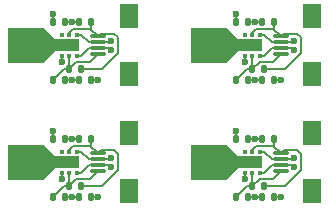
<source format=gtl>
G04 #@! TF.GenerationSoftware,KiCad,Pcbnew,7.0.10*
G04 #@! TF.CreationDate,2024-01-04T16:31:29+01:00*
G04 #@! TF.ProjectId,temperature-sensor-2x2,74656d70-6572-4617-9475-72652d73656e,rev?*
G04 #@! TF.SameCoordinates,Original*
G04 #@! TF.FileFunction,Copper,L1,Top*
G04 #@! TF.FilePolarity,Positive*
%FSLAX46Y46*%
G04 Gerber Fmt 4.6, Leading zero omitted, Abs format (unit mm)*
G04 Created by KiCad (PCBNEW 7.0.10) date 2024-01-04 16:31:29*
%MOMM*%
%LPD*%
G01*
G04 APERTURE LIST*
G04 Aperture macros list*
%AMRoundRect*
0 Rectangle with rounded corners*
0 $1 Rounding radius*
0 $2 $3 $4 $5 $6 $7 $8 $9 X,Y pos of 4 corners*
0 Add a 4 corners polygon primitive as box body*
4,1,4,$2,$3,$4,$5,$6,$7,$8,$9,$2,$3,0*
0 Add four circle primitives for the rounded corners*
1,1,$1+$1,$2,$3*
1,1,$1+$1,$4,$5*
1,1,$1+$1,$6,$7*
1,1,$1+$1,$8,$9*
0 Add four rect primitives between the rounded corners*
20,1,$1+$1,$2,$3,$4,$5,0*
20,1,$1+$1,$4,$5,$6,$7,0*
20,1,$1+$1,$6,$7,$8,$9,0*
20,1,$1+$1,$8,$9,$2,$3,0*%
G04 Aperture macros list end*
G04 #@! TA.AperFunction,NonConductor*
%ADD10C,0.000000*%
G04 #@! TD*
G04 #@! TA.AperFunction,SMDPad,CuDef*
%ADD11RoundRect,0.075000X0.575000X-0.075000X0.575000X0.075000X-0.575000X0.075000X-0.575000X-0.075000X0*%
G04 #@! TD*
G04 #@! TA.AperFunction,SMDPad,CuDef*
%ADD12R,1.600000X2.000000*%
G04 #@! TD*
G04 #@! TA.AperFunction,SMDPad,CuDef*
%ADD13RoundRect,0.135000X-0.135000X-0.185000X0.135000X-0.185000X0.135000X0.185000X-0.135000X0.185000X0*%
G04 #@! TD*
G04 #@! TA.AperFunction,SMDPad,CuDef*
%ADD14RoundRect,0.135000X0.135000X0.185000X-0.135000X0.185000X-0.135000X-0.185000X0.135000X-0.185000X0*%
G04 #@! TD*
G04 #@! TA.AperFunction,SMDPad,CuDef*
%ADD15RoundRect,0.093750X-0.106250X0.093750X-0.106250X-0.093750X0.106250X-0.093750X0.106250X0.093750X0*%
G04 #@! TD*
G04 #@! TA.AperFunction,SMDPad,CuDef*
%ADD16R,1.600000X1.000000*%
G04 #@! TD*
G04 #@! TA.AperFunction,SMDPad,CuDef*
%ADD17RoundRect,0.140000X-0.140000X-0.170000X0.140000X-0.170000X0.140000X0.170000X-0.140000X0.170000X0*%
G04 #@! TD*
G04 #@! TA.AperFunction,ViaPad*
%ADD18C,0.600000*%
G04 #@! TD*
G04 #@! TA.AperFunction,Conductor*
%ADD19C,0.200000*%
G04 #@! TD*
G04 APERTURE END LIST*
D10*
G04 #@! TA.AperFunction,NonConductor*
G36*
X153700000Y-31450000D02*
G01*
X155700000Y-31450000D01*
X155700000Y-32450000D01*
X153700000Y-32450000D01*
X152700000Y-33450000D01*
X149700000Y-33450000D01*
X149700000Y-30450000D01*
X152700000Y-30450000D01*
X153700000Y-31450000D01*
G37*
G04 #@! TD.AperFunction*
G04 #@! TA.AperFunction,NonConductor*
G36*
X138200000Y-31450000D02*
G01*
X140200000Y-31450000D01*
X140200000Y-32450000D01*
X138200000Y-32450000D01*
X137200000Y-33450000D01*
X134200000Y-33450000D01*
X134200000Y-30450000D01*
X137200000Y-30450000D01*
X138200000Y-31450000D01*
G37*
G04 #@! TD.AperFunction*
G04 #@! TA.AperFunction,NonConductor*
G36*
X138200000Y-41350000D02*
G01*
X140200000Y-41350000D01*
X140200000Y-42350000D01*
X138200000Y-42350000D01*
X137200000Y-43350000D01*
X134200000Y-43350000D01*
X134200000Y-40350000D01*
X137200000Y-40350000D01*
X138200000Y-41350000D01*
G37*
G04 #@! TD.AperFunction*
G04 #@! TA.AperFunction,NonConductor*
G36*
X153700000Y-41350000D02*
G01*
X155700000Y-41350000D01*
X155700000Y-42350000D01*
X153700000Y-42350000D01*
X152700000Y-43350000D01*
X149700000Y-43350000D01*
X149700000Y-40350000D01*
X152700000Y-40350000D01*
X153700000Y-41350000D01*
G37*
G04 #@! TD.AperFunction*
D11*
X141800000Y-42600000D03*
X141800000Y-42100000D03*
X141800000Y-41600000D03*
X141800000Y-41100000D03*
D12*
X144480000Y-44300000D03*
X144480000Y-39400000D03*
D13*
X153550000Y-44765000D03*
X154570000Y-44765000D03*
X155710000Y-29955000D03*
X156730000Y-29955000D03*
D14*
X139070000Y-29955000D03*
X138050000Y-29955000D03*
D13*
X140210000Y-39855000D03*
X141230000Y-39855000D03*
D14*
X139070000Y-39855000D03*
X138050000Y-39855000D03*
D15*
X140050000Y-31062500D03*
X139400000Y-31062500D03*
X138750000Y-31062500D03*
X138750000Y-32837500D03*
X139400000Y-32837500D03*
X140050000Y-32837500D03*
D16*
X139400000Y-31950000D03*
D15*
X155550000Y-40962500D03*
X154900000Y-40962500D03*
X154250000Y-40962500D03*
X154250000Y-42737500D03*
X154900000Y-42737500D03*
X155550000Y-42737500D03*
D16*
X154900000Y-41850000D03*
D13*
X153550000Y-34865000D03*
X154570000Y-34865000D03*
D15*
X155550000Y-31062500D03*
X154900000Y-31062500D03*
X154250000Y-31062500D03*
X154250000Y-32837500D03*
X154900000Y-32837500D03*
X155550000Y-32837500D03*
D16*
X154900000Y-31950000D03*
D13*
X155710000Y-39855000D03*
X156730000Y-39855000D03*
D14*
X141230000Y-34865000D03*
X140210000Y-34865000D03*
D17*
X139400000Y-43835000D03*
X140360000Y-43835000D03*
D14*
X156730000Y-34865000D03*
X155710000Y-34865000D03*
X154570000Y-29955000D03*
X153550000Y-29955000D03*
D11*
X157300000Y-32700000D03*
X157300000Y-32200000D03*
X157300000Y-31700000D03*
X157300000Y-31200000D03*
D12*
X159980000Y-34400000D03*
X159980000Y-29500000D03*
D17*
X154900000Y-33935000D03*
X155860000Y-33935000D03*
X154900000Y-43835000D03*
X155860000Y-43835000D03*
D13*
X138050000Y-34865000D03*
X139070000Y-34865000D03*
D14*
X154570000Y-39855000D03*
X153550000Y-39855000D03*
D17*
X139400000Y-33935000D03*
X140360000Y-33935000D03*
D14*
X141230000Y-44765000D03*
X140210000Y-44765000D03*
X156730000Y-44765000D03*
X155710000Y-44765000D03*
D13*
X140210000Y-29955000D03*
X141230000Y-29955000D03*
D11*
X157300000Y-42600000D03*
X157300000Y-42100000D03*
X157300000Y-41600000D03*
X157300000Y-41100000D03*
D12*
X159980000Y-44300000D03*
X159980000Y-39400000D03*
D15*
X140050000Y-40962500D03*
X139400000Y-40962500D03*
X138750000Y-40962500D03*
X138750000Y-42737500D03*
X139400000Y-42737500D03*
X140050000Y-42737500D03*
D16*
X139400000Y-41850000D03*
D13*
X138050000Y-44765000D03*
X139070000Y-44765000D03*
D11*
X141800000Y-32700000D03*
X141800000Y-32200000D03*
X141800000Y-31700000D03*
X141800000Y-31200000D03*
D12*
X144480000Y-34400000D03*
X144480000Y-29500000D03*
D18*
X142900000Y-31550000D03*
X138050000Y-29335000D03*
X141800000Y-34865000D03*
X142900000Y-32350000D03*
X139640000Y-29955000D03*
X139640000Y-34865000D03*
X138750000Y-33325000D03*
X153550000Y-29335000D03*
X158400000Y-31550000D03*
X158400000Y-32350000D03*
X157300000Y-34865000D03*
X155140000Y-34865000D03*
X155140000Y-29955000D03*
X154250000Y-33325000D03*
X138050000Y-39235000D03*
X142900000Y-41450000D03*
X141800000Y-44765000D03*
X142900000Y-42250000D03*
X139640000Y-39855000D03*
X138750000Y-43225000D03*
X139640000Y-44765000D03*
X153550000Y-39235000D03*
X158400000Y-41450000D03*
X158400000Y-42250000D03*
X157300000Y-44765000D03*
X155140000Y-44765000D03*
X154250000Y-43225000D03*
X155140000Y-39855000D03*
D19*
X140010000Y-33325000D02*
X139400000Y-33935000D01*
X141800000Y-32700000D02*
X141175000Y-33325000D01*
X141175000Y-33325000D02*
X140010000Y-33325000D01*
X138980000Y-33935000D02*
X139400000Y-33935000D01*
X138050000Y-34865000D02*
X138980000Y-33935000D01*
X139400000Y-32837500D02*
X139400000Y-33935000D01*
X141800000Y-31700000D02*
X142750000Y-31700000D01*
X142750000Y-31700000D02*
X142900000Y-31550000D01*
X141050000Y-31700000D02*
X140412500Y-31062500D01*
X141800000Y-31700000D02*
X141050000Y-31700000D01*
X138050000Y-29335000D02*
X138050000Y-29955000D01*
X140412500Y-31062500D02*
X140050000Y-31062500D01*
X141800000Y-32200000D02*
X142750000Y-32200000D01*
X142750000Y-32200000D02*
X142900000Y-32350000D01*
X141050000Y-32200000D02*
X140412500Y-32837500D01*
X140412500Y-32837500D02*
X140050000Y-32837500D01*
X141800000Y-32200000D02*
X141050000Y-32200000D01*
X141230000Y-34865000D02*
X141800000Y-34865000D01*
X141800000Y-31200000D02*
X141175000Y-30575000D01*
X143170000Y-30950000D02*
X143500000Y-31280000D01*
X141800000Y-31200000D02*
X142050000Y-30950000D01*
X139400000Y-30875001D02*
X139400000Y-31062500D01*
X141230000Y-30520000D02*
X141175000Y-30575000D01*
X142050000Y-30950000D02*
X143170000Y-30950000D01*
X141175000Y-30575000D02*
X139700001Y-30575000D01*
X143500000Y-31280000D02*
X143500000Y-32598529D01*
X139700001Y-30575000D02*
X139400000Y-30875001D01*
X142163529Y-33935000D02*
X140360000Y-33935000D01*
X143500000Y-32598529D02*
X142163529Y-33935000D01*
X141230000Y-29955000D02*
X141230000Y-30520000D01*
X138750000Y-32837500D02*
X138750000Y-33325000D01*
X139640000Y-34865000D02*
X140210000Y-34865000D01*
X139640000Y-29955000D02*
X140210000Y-29955000D01*
X139070000Y-29955000D02*
X139640000Y-29955000D01*
X139070000Y-34865000D02*
X139640000Y-34865000D01*
X156675000Y-33325000D02*
X155510000Y-33325000D01*
X153550000Y-34865000D02*
X154480000Y-33935000D01*
X157300000Y-32700000D02*
X156675000Y-33325000D01*
X155510000Y-33325000D02*
X154900000Y-33935000D01*
X154900000Y-32837500D02*
X154900000Y-33935000D01*
X154480000Y-33935000D02*
X154900000Y-33935000D01*
X155912500Y-31062500D02*
X155550000Y-31062500D01*
X153550000Y-29335000D02*
X153550000Y-29955000D01*
X156550000Y-31700000D02*
X155912500Y-31062500D01*
X157300000Y-31700000D02*
X158250000Y-31700000D01*
X157300000Y-31700000D02*
X156550000Y-31700000D01*
X158250000Y-31700000D02*
X158400000Y-31550000D01*
X156730000Y-34865000D02*
X157300000Y-34865000D01*
X157300000Y-32200000D02*
X158250000Y-32200000D01*
X157300000Y-32200000D02*
X156550000Y-32200000D01*
X158250000Y-32200000D02*
X158400000Y-32350000D01*
X156550000Y-32200000D02*
X155912500Y-32837500D01*
X155912500Y-32837500D02*
X155550000Y-32837500D01*
X154900000Y-30875001D02*
X154900000Y-31062500D01*
X159000000Y-31280000D02*
X159000000Y-32598529D01*
X157550000Y-30950000D02*
X158670000Y-30950000D01*
X157663529Y-33935000D02*
X155860000Y-33935000D01*
X158670000Y-30950000D02*
X159000000Y-31280000D01*
X156675000Y-30575000D02*
X155200001Y-30575000D01*
X156730000Y-29955000D02*
X156730000Y-30520000D01*
X159000000Y-32598529D02*
X157663529Y-33935000D01*
X155200001Y-30575000D02*
X154900000Y-30875001D01*
X157300000Y-31200000D02*
X157550000Y-30950000D01*
X157300000Y-31200000D02*
X156675000Y-30575000D01*
X156730000Y-30520000D02*
X156675000Y-30575000D01*
X155140000Y-34865000D02*
X155710000Y-34865000D01*
X154570000Y-34865000D02*
X155140000Y-34865000D01*
X154250000Y-32837500D02*
X154250000Y-33325000D01*
X155140000Y-29955000D02*
X155710000Y-29955000D01*
X154570000Y-29955000D02*
X155140000Y-29955000D01*
X140010000Y-43225000D02*
X139400000Y-43835000D01*
X141175000Y-43225000D02*
X140010000Y-43225000D01*
X139400000Y-42737500D02*
X139400000Y-43835000D01*
X141800000Y-42600000D02*
X141175000Y-43225000D01*
X138980000Y-43835000D02*
X139400000Y-43835000D01*
X138050000Y-44765000D02*
X138980000Y-43835000D01*
X142750000Y-41600000D02*
X142900000Y-41450000D01*
X141800000Y-41600000D02*
X141050000Y-41600000D01*
X141800000Y-41600000D02*
X142750000Y-41600000D01*
X138050000Y-39235000D02*
X138050000Y-39855000D01*
X141050000Y-41600000D02*
X140412500Y-40962500D01*
X140412500Y-40962500D02*
X140050000Y-40962500D01*
X142750000Y-42100000D02*
X142900000Y-42250000D01*
X141800000Y-42100000D02*
X142750000Y-42100000D01*
X141050000Y-42100000D02*
X140412500Y-42737500D01*
X141800000Y-42100000D02*
X141050000Y-42100000D01*
X140412500Y-42737500D02*
X140050000Y-42737500D01*
X141230000Y-44765000D02*
X141800000Y-44765000D01*
X143170000Y-40850000D02*
X143500000Y-41180000D01*
X141230000Y-39855000D02*
X141230000Y-40420000D01*
X141175000Y-40475000D02*
X139700001Y-40475000D01*
X142050000Y-40850000D02*
X143170000Y-40850000D01*
X139700001Y-40475000D02*
X139400000Y-40775001D01*
X139400000Y-40775001D02*
X139400000Y-40962500D01*
X143500000Y-42498529D02*
X142163529Y-43835000D01*
X142163529Y-43835000D02*
X140360000Y-43835000D01*
X141230000Y-40420000D02*
X141175000Y-40475000D01*
X141800000Y-41100000D02*
X142050000Y-40850000D01*
X141800000Y-41100000D02*
X141175000Y-40475000D01*
X143500000Y-41180000D02*
X143500000Y-42498529D01*
X139070000Y-44765000D02*
X139640000Y-44765000D01*
X139640000Y-44765000D02*
X140210000Y-44765000D01*
X138750000Y-42737500D02*
X138750000Y-43225000D01*
X139070000Y-39855000D02*
X139640000Y-39855000D01*
X139640000Y-39855000D02*
X140210000Y-39855000D01*
X153550000Y-44765000D02*
X154480000Y-43835000D01*
X156675000Y-43225000D02*
X155510000Y-43225000D01*
X155510000Y-43225000D02*
X154900000Y-43835000D01*
X157300000Y-42600000D02*
X156675000Y-43225000D01*
X154480000Y-43835000D02*
X154900000Y-43835000D01*
X154900000Y-42737500D02*
X154900000Y-43835000D01*
X153550000Y-39235000D02*
X153550000Y-39855000D01*
X157300000Y-41600000D02*
X158250000Y-41600000D01*
X157300000Y-41600000D02*
X156550000Y-41600000D01*
X156550000Y-41600000D02*
X155912500Y-40962500D01*
X155912500Y-40962500D02*
X155550000Y-40962500D01*
X158250000Y-41600000D02*
X158400000Y-41450000D01*
X157300000Y-42100000D02*
X156550000Y-42100000D01*
X155912500Y-42737500D02*
X155550000Y-42737500D01*
X156550000Y-42100000D02*
X155912500Y-42737500D01*
X158250000Y-42100000D02*
X158400000Y-42250000D01*
X156730000Y-44765000D02*
X157300000Y-44765000D01*
X157300000Y-42100000D02*
X158250000Y-42100000D01*
X157300000Y-41100000D02*
X156675000Y-40475000D01*
X154900000Y-40775001D02*
X154900000Y-40962500D01*
X157663529Y-43835000D02*
X155860000Y-43835000D01*
X156730000Y-40420000D02*
X156675000Y-40475000D01*
X155200001Y-40475000D02*
X154900000Y-40775001D01*
X159000000Y-41180000D02*
X159000000Y-42498529D01*
X158670000Y-40850000D02*
X159000000Y-41180000D01*
X156730000Y-39855000D02*
X156730000Y-40420000D01*
X156675000Y-40475000D02*
X155200001Y-40475000D01*
X157550000Y-40850000D02*
X158670000Y-40850000D01*
X159000000Y-42498529D02*
X157663529Y-43835000D01*
X157300000Y-41100000D02*
X157550000Y-40850000D01*
X155140000Y-39855000D02*
X155710000Y-39855000D01*
X154570000Y-44765000D02*
X155140000Y-44765000D01*
X155140000Y-44765000D02*
X155710000Y-44765000D01*
X154250000Y-42737500D02*
X154250000Y-43225000D01*
X154570000Y-39855000D02*
X155140000Y-39855000D01*
M02*

</source>
